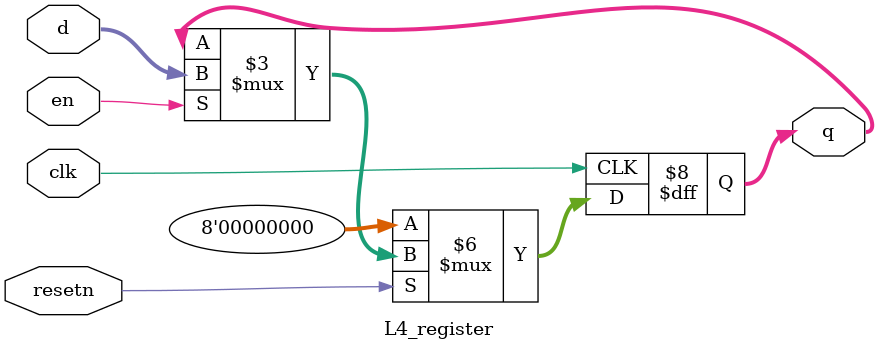
<source format=v>

module L4_register(clk, resetn, en, d, q);
    parameter NBITS=8;
    input  clk;
    input  resetn;
    input  en;
    input  [NBITS-1:0] d;
    output [NBITS-1:0] q;

    reg    [NBITS-1:0] q;

    always @(posedge clk)
        if (!resetn) q <= { NBITS{1'b0} };
        else if (en) q <= d;
endmodule


</source>
